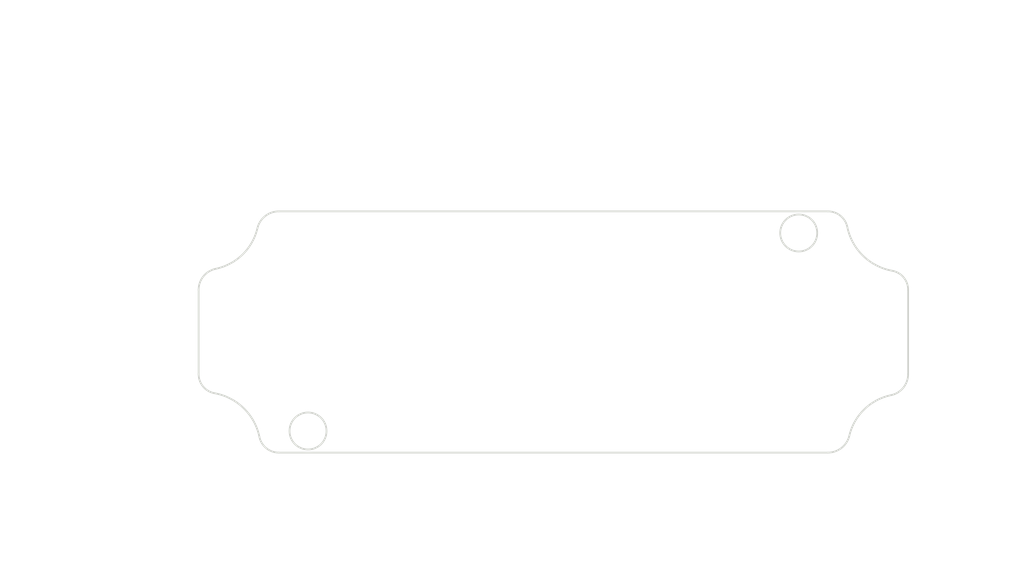
<source format=kicad_pcb>
(kicad_pcb (version 20171130) (host pcbnew "(5.1.0)-1")

  (general
    (thickness 1.6)
    (drawings 68)
    (tracks 0)
    (zones 0)
    (modules 0)
    (nets 1)
  )

  (page A4)
  (layers
    (0 F.Cu signal)
    (31 B.Cu signal)
    (32 B.Adhes user)
    (33 F.Adhes user)
    (34 B.Paste user)
    (35 F.Paste user)
    (36 B.SilkS user)
    (37 F.SilkS user)
    (38 B.Mask user)
    (39 F.Mask user)
    (40 Dwgs.User user)
    (41 Cmts.User user)
    (42 Eco1.User user)
    (43 Eco2.User user)
    (44 Edge.Cuts user)
    (45 Margin user)
    (46 B.CrtYd user)
    (47 F.CrtYd user)
    (48 B.Fab user)
    (49 F.Fab user)
  )

  (setup
    (last_trace_width 0.25)
    (trace_clearance 0.2)
    (zone_clearance 0.508)
    (zone_45_only no)
    (trace_min 0.2)
    (via_size 0.8)
    (via_drill 0.4)
    (via_min_size 0.4)
    (via_min_drill 0.3)
    (uvia_size 0.3)
    (uvia_drill 0.1)
    (uvias_allowed no)
    (uvia_min_size 0.2)
    (uvia_min_drill 0.1)
    (edge_width 0.05)
    (segment_width 0.2)
    (pcb_text_width 0.3)
    (pcb_text_size 1.5 1.5)
    (mod_edge_width 0.12)
    (mod_text_size 1 1)
    (mod_text_width 0.15)
    (pad_size 1.524 1.524)
    (pad_drill 0.762)
    (pad_to_mask_clearance 0.051)
    (solder_mask_min_width 0.25)
    (aux_axis_origin 0 0)
    (visible_elements FFFFFF7F)
    (pcbplotparams
      (layerselection 0x010fc_ffffffff)
      (usegerberextensions false)
      (usegerberattributes false)
      (usegerberadvancedattributes false)
      (creategerberjobfile false)
      (excludeedgelayer true)
      (linewidth 0.152400)
      (plotframeref false)
      (viasonmask false)
      (mode 1)
      (useauxorigin false)
      (hpglpennumber 1)
      (hpglpenspeed 20)
      (hpglpendiameter 15.000000)
      (psnegative false)
      (psa4output false)
      (plotreference true)
      (plotvalue true)
      (plotinvisibletext false)
      (padsonsilk false)
      (subtractmaskfromsilk false)
      (outputformat 1)
      (mirror false)
      (drillshape 1)
      (scaleselection 1)
      (outputdirectory ""))
  )

  (net 0 "")

  (net_class Default "This is the default net class."
    (clearance 0.2)
    (trace_width 0.25)
    (via_dia 0.8)
    (via_drill 0.4)
    (uvia_dia 0.3)
    (uvia_drill 0.1)
  )

  (gr_line (start 184.801339 116.881954) (end 121.011869 116.881954) (layer Edge.Cuts) (width 0.2))
  (gr_arc (start 121.011869 114.582369) (end 118.760367 115.050165) (angle -78.26259802) (layer Edge.Cuts) (width 0.2))
  (gr_arc (start 112.407991 116.370004) (end 118.760367 115.050165) (angle -68.06445389) (layer Edge.Cuts) (width 0.2))
  (gr_arc (start 113.956288 107.763333) (end 111.699499 107.763333) (angle -79.80185587) (layer Edge.Cuts) (width 0.2))
  (gr_line (start 111.699499 107.763333) (end 111.699499 97.976653) (layer Edge.Cuts) (width 0.2))
  (gr_arc (start 114.199042 97.976653) (end 113.689798 95.529535) (angle -78.24455355) (layer Edge.Cuts) (width 0.2))
  (gr_arc (start 112.408 89.369993) (end 113.689798 95.529535) (angle -64.89632033) (layer Edge.Cuts) (width 0.2))
  (gr_arc (start 121.01466 91.412173) (end 121.01466 88.858047) (angle -76.65176677) (layer Edge.Cuts) (width 0.2))
  (gr_line (start 121.01466 88.858047) (end 184.804123 88.858047) (layer Edge.Cuts) (width 0.2))
  (gr_arc (start 184.804123 91.157632) (end 187.055625 90.689836) (angle -78.26260067) (layer Edge.Cuts) (width 0.2))
  (gr_arc (start 193.408 89.369997) (end 187.055625 90.689836) (angle -68.06459104) (layer Edge.Cuts) (width 0.2))
  (gr_arc (start 191.859726 97.976658) (end 194.1165 97.976658) (angle -79.80199037) (layer Edge.Cuts) (width 0.2))
  (gr_line (start 194.1165 97.976658) (end 194.1165 107.763337) (layer Edge.Cuts) (width 0.2))
  (gr_arc (start 191.616957 107.763337) (end 192.126201 110.210455) (angle -78.24455355) (layer Edge.Cuts) (width 0.2))
  (gr_arc (start 193.407999 116.369997) (end 192.126201 110.210455) (angle -64.89640839) (layer Edge.Cuts) (width 0.2))
  (gr_arc (start 184.801339 114.327831) (end 184.801339 116.881954) (angle -76.65185484) (layer Edge.Cuts) (width 0.2))
  (gr_circle (center 124.407999 114.369994) (end 126.557999 114.369994) (layer Edge.Cuts) (width 0.2))
  (gr_circle (center 181.408 91.369997) (end 183.558 91.369997) (layer Edge.Cuts) (width 0.2))
  (gr_text [.57] (at 101.251356 104.642984) (layer Dwgs.User)
    (effects (font (size 1.7 1.53) (thickness 0.2125)))
  )
  (gr_text " 14.45" (at 101.251356 101.089027) (layer Dwgs.User)
    (effects (font (size 1.7 1.53) (thickness 0.2125)))
  )
  (gr_line (start 101.251356 107.984467) (end 101.251356 106.310958) (layer Dwgs.User) (width 0.2))
  (gr_line (start 101.251356 97.529535) (end 101.251356 99.203045) (layer Dwgs.User) (width 0.2))
  (gr_line (start 112.556717 109.984467) (end 98.076356 109.984467) (layer Dwgs.User) (width 0.2))
  (gr_line (start 112.689798 95.529535) (end 98.076356 95.529535) (layer Dwgs.User) (width 0.2))
  (gr_text [.50] (at 130.291423 129.344425) (layer Dwgs.User)
    (effects (font (size 1.7 1.53) (thickness 0.2125)))
  )
  (gr_text " 12.71" (at 130.291423 125.801485) (layer Dwgs.User)
    (effects (font (size 1.7 1.53) (thickness 0.2125)))
  )
  (gr_line (start 124.407999 127.454964) (end 126.407999 127.454964) (layer Dwgs.User) (width 0.2))
  (gr_line (start 113.699499 127.454964) (end 122.407999 127.454964) (layer Dwgs.User) (width 0.2))
  (gr_line (start 124.407999 115.369994) (end 124.407999 130.629964) (layer Dwgs.User) (width 0.2))
  (gr_line (start 111.699499 108.763333) (end 111.699499 130.629964) (layer Dwgs.User) (width 0.2))
  (gr_text [.10] (at 106.530945 126.743748) (layer Dwgs.User)
    (effects (font (size 1.7 1.53) (thickness 0.2125)))
  )
  (gr_text " 2.51" (at 106.530945 123.186313) (layer Dwgs.User)
    (effects (font (size 1.7 1.53) (thickness 0.2125)))
  )
  (gr_line (start 111.753967 124.854287) (end 109.753967 124.854287) (layer Dwgs.User) (width 0.2))
  (gr_line (start 111.753967 118.881954) (end 111.753967 124.854287) (layer Dwgs.User) (width 0.2))
  (gr_line (start 111.753967 112.369994) (end 111.753967 110.369994) (layer Dwgs.User) (width 0.2))
  (gr_line (start 123.407999 114.369994) (end 108.578967 114.369994) (layer Dwgs.User) (width 0.2))
  (gr_line (start 120.011869 116.881954) (end 108.578967 116.881954) (layer Dwgs.User) (width 0.2))
  (gr_line (start 124.407999 114.459994) (end 124.407999 114.279994) (layer Dwgs.User) (width 0.2))
  (gr_line (start 124.317999 114.369994) (end 124.497999 114.369994) (layer Dwgs.User) (width 0.2))
  (gr_text " ∅4.30\n[∅0.17]" (at 142.742488 122.102347) (layer Dwgs.User)
    (effects (font (size 1.7 1.53) (thickness 0.2125)))
  )
  (gr_line (start 136.205618 122.102347) (end 127.878924 116.644895) (layer Dwgs.User) (width 0.2))
  (gr_line (start 138.205618 122.102347) (end 136.205618 122.102347) (layer Dwgs.User) (width 0.2))
  (gr_text [R0.25] (at 203.078225 120.908241) (layer Dwgs.User)
    (effects (font (size 1.7 1.53) (thickness 0.2125)))
  )
  (gr_text " R6.29" (at 203.078225 117.350806) (layer Dwgs.User)
    (effects (font (size 1.7 1.53) (thickness 0.2125)))
  )
  (gr_line (start 196.607455 119.01878) (end 190.102338 113.633289) (layer Dwgs.User) (width 0.2))
  (gr_line (start 198.607455 119.01878) (end 196.607455 119.01878) (layer Dwgs.User) (width 0.2))
  (gr_text [R0.10] (at 198.352835 127.744216) (layer Dwgs.User)
    (effects (font (size 1.7 1.53) (thickness 0.2125)))
  )
  (gr_text " R2.55" (at 198.352835 124.18678) (layer Dwgs.User)
    (effects (font (size 1.7 1.53) (thickness 0.2125)))
  )
  (gr_line (start 191.882064 125.854754) (end 187.185025 118.208305) (layer Dwgs.User) (width 0.2))
  (gr_line (start 193.882064 125.854754) (end 191.882064 125.854754) (layer Dwgs.User) (width 0.2))
  (gr_text [2.70] (at 152.792579 81.266949) (layer Dwgs.User)
    (effects (font (size 1.7 1.53) (thickness 0.2125)))
  )
  (gr_text " 68.53" (at 152.792579 77.708934) (layer Dwgs.User)
    (effects (font (size 1.7 1.53) (thickness 0.2125)))
  )
  (gr_line (start 185.055625 79.377488) (end 156.84009 79.377488) (layer Dwgs.User) (width 0.2))
  (gr_line (start 120.529534 79.377488) (end 148.745069 79.377488) (layer Dwgs.User) (width 0.2))
  (gr_line (start 187.055625 89.689836) (end 187.055625 76.202488) (layer Dwgs.User) (width 0.2))
  (gr_line (start 118.529534 89.822505) (end 118.529534 76.202488) (layer Dwgs.User) (width 0.2))
  (gr_text [1.10] (at 92.655288 104.759462) (layer Dwgs.User)
    (effects (font (size 1.7 1.53) (thickness 0.2125)))
  )
  (gr_text " 28.02" (at 92.655288 101.202026) (layer Dwgs.User)
    (effects (font (size 1.7 1.53) (thickness 0.2125)))
  )
  (gr_line (start 92.655288 90.858047) (end 92.655288 99.312565) (layer Dwgs.User) (width 0.2))
  (gr_line (start 92.655288 114.881954) (end 92.655288 106.427436) (layer Dwgs.User) (width 0.2))
  (gr_line (start 120.01466 88.858047) (end 89.480288 88.858047) (layer Dwgs.User) (width 0.2))
  (gr_line (start 120.011869 116.881954) (end 89.480288 116.881954) (layer Dwgs.User) (width 0.2))
  (gr_text [3.24] (at 152.908 69.470617) (layer Dwgs.User)
    (effects (font (size 1.7 1.53) (thickness 0.2125)))
  )
  (gr_text " 82.42" (at 152.908 65.913182) (layer Dwgs.User)
    (effects (font (size 1.7 1.53) (thickness 0.2125)))
  )
  (gr_line (start 192.1165 67.581156) (end 156.946813 67.581156) (layer Dwgs.User) (width 0.2))
  (gr_line (start 113.699499 67.581156) (end 148.869186 67.581156) (layer Dwgs.User) (width 0.2))
  (gr_line (start 194.1165 96.976658) (end 194.1165 64.406156) (layer Dwgs.User) (width 0.2))
  (gr_line (start 111.699499 96.976653) (end 111.699499 64.406156) (layer Dwgs.User) (width 0.2))

)

</source>
